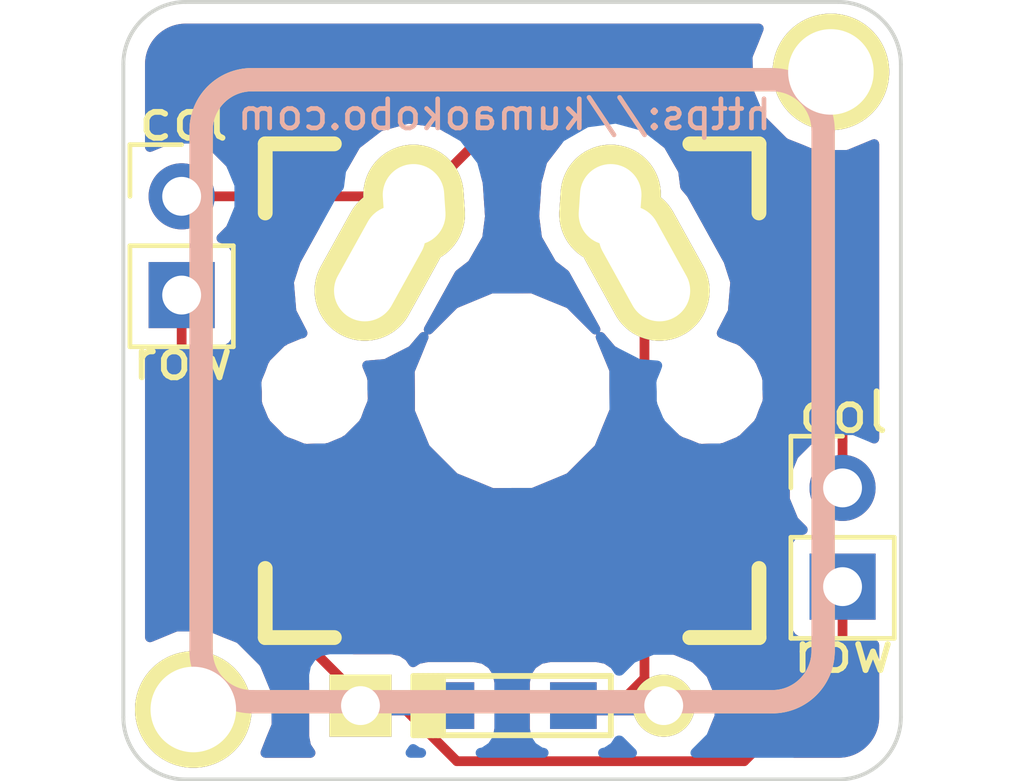
<source format=kicad_pcb>
(kicad_pcb (version 20171130) (host pcbnew "(6.0.0-rc1-dev-1469-g932b9a334)")

  (general
    (thickness 1.6)
    (drawings 29)
    (tracks 17)
    (zones 0)
    (modules 8)
    (nets 4)
  )

  (page A4)
  (layers
    (0 F.Cu signal)
    (31 B.Cu signal)
    (32 B.Adhes user)
    (33 F.Adhes user)
    (34 B.Paste user)
    (35 F.Paste user)
    (36 B.SilkS user)
    (37 F.SilkS user)
    (38 B.Mask user)
    (39 F.Mask user)
    (40 Dwgs.User user)
    (41 Cmts.User user)
    (42 Eco1.User user)
    (43 Eco2.User user)
    (44 Edge.Cuts user)
    (45 Margin user)
    (46 B.CrtYd user)
    (47 F.CrtYd user)
    (48 B.Fab user)
    (49 F.Fab user)
  )

  (setup
    (last_trace_width 0.25)
    (trace_clearance 0.2)
    (zone_clearance 0.508)
    (zone_45_only no)
    (trace_min 0.2)
    (via_size 0.8)
    (via_drill 0.4)
    (via_min_size 0.4)
    (via_min_drill 0.3)
    (uvia_size 0.3)
    (uvia_drill 0.1)
    (uvias_allowed no)
    (uvia_min_size 0.2)
    (uvia_min_drill 0.1)
    (edge_width 0.05)
    (segment_width 0.2)
    (pcb_text_width 0.3)
    (pcb_text_size 1.5 1.5)
    (mod_edge_width 0.12)
    (mod_text_size 1 1)
    (mod_text_width 0.15)
    (pad_size 1.524 1.524)
    (pad_drill 0.762)
    (pad_to_mask_clearance 0.051)
    (solder_mask_min_width 0.25)
    (aux_axis_origin 0 0)
    (grid_origin 100 80)
    (visible_elements FFFFFF7F)
    (pcbplotparams
      (layerselection 0x010fc_ffffffff)
      (usegerberextensions false)
      (usegerberattributes false)
      (usegerberadvancedattributes false)
      (creategerberjobfile false)
      (excludeedgelayer true)
      (linewidth 0.100000)
      (plotframeref false)
      (viasonmask false)
      (mode 1)
      (useauxorigin false)
      (hpglpennumber 1)
      (hpglpenspeed 20)
      (hpglpendiameter 15.000000)
      (psnegative false)
      (psa4output false)
      (plotreference true)
      (plotvalue true)
      (plotinvisibletext false)
      (padsonsilk false)
      (subtractmaskfromsilk false)
      (outputformat 1)
      (mirror false)
      (drillshape 0)
      (scaleselection 1)
      (outputdirectory "./gerber"))
  )

  (net 0 "")
  (net 1 "Net-(D0-Pad2)")
  (net 2 "Net-(D0-Pad1)")
  (net 3 "Net-(J1-Pad1)")

  (net_class Default "これはデフォルトのネット クラスです。"
    (clearance 0.2)
    (trace_width 0.25)
    (via_dia 0.8)
    (via_drill 0.4)
    (uvia_dia 0.3)
    (uvia_drill 0.1)
    (add_net "Net-(D0-Pad1)")
    (add_net "Net-(D0-Pad2)")
    (add_net "Net-(J1-Pad1)")
  )

  (module pcb_earring_footprints:kumao-paw-pad-mask (layer B.Cu) (tedit 0) (tstamp 5E6CA118)
    (at 113.95 93.93 180)
    (fp_text reference G*** (at 0 0 180) (layer B.SilkS) hide
      (effects (font (size 1.524 1.524) (thickness 0.3)) (justify mirror))
    )
    (fp_text value LOGO (at 0.75 0 180) (layer B.SilkS) hide
      (effects (font (size 1.524 1.524) (thickness 0.3)) (justify mirror))
    )
    (fp_poly (pts (xy 0.23984 3.009439) (xy 0.567957 2.979113) (xy 0.785091 2.936249) (xy 1.301349 2.752623)
      (xy 1.773473 2.490379) (xy 2.194059 2.155646) (xy 2.555705 1.754552) (xy 2.851008 1.293223)
      (xy 2.90954 1.177637) (xy 3.065336 0.81918) (xy 3.170038 0.482729) (xy 3.233676 0.128924)
      (xy 3.262588 -0.207818) (xy 3.253683 -0.726233) (xy 3.168129 -1.196621) (xy 3.007208 -1.616652)
      (xy 2.772201 -1.983998) (xy 2.46439 -2.29633) (xy 2.085056 -2.551318) (xy 1.9305 -2.628967)
      (xy 1.665615 -2.745214) (xy 1.427366 -2.832291) (xy 1.193441 -2.894636) (xy 0.941526 -2.936685)
      (xy 0.649308 -2.962877) (xy 0.294474 -2.977648) (xy 0.161636 -2.980737) (xy -0.117212 -2.983694)
      (xy -0.380988 -2.981666) (xy -0.60846 -2.975169) (xy -0.778395 -2.96472) (xy -0.846987 -2.956227)
      (xy -1.175897 -2.880967) (xy -1.518693 -2.775366) (xy -1.835304 -2.652744) (xy -2.007665 -2.570439)
      (xy -2.379089 -2.324065) (xy -2.6868 -2.015172) (xy -2.927903 -1.650756) (xy -3.068119 -1.313337)
      (xy -1.650867 -1.313337) (xy -1.643029 -1.614638) (xy -1.565053 -1.856461) (xy -1.415172 -2.041427)
      (xy -1.191622 -2.172156) (xy -1.039091 -2.221263) (xy -0.953387 -2.23118) (xy -0.790782 -2.239261)
      (xy -0.566728 -2.245152) (xy -0.296676 -2.248502) (xy 0.003922 -2.248955) (xy 0.138545 -2.248174)
      (xy 0.480346 -2.24476) (xy 0.743145 -2.239987) (xy 0.940302 -2.232754) (xy 1.085179 -2.221958)
      (xy 1.191136 -2.206497) (xy 1.271534 -2.185268) (xy 1.339734 -2.157169) (xy 1.359383 -2.147454)
      (xy 1.524905 -2.046736) (xy 1.634535 -1.930937) (xy 1.698408 -1.779476) (xy 1.726658 -1.571774)
      (xy 1.730712 -1.393455) (xy 1.725986 -1.181021) (xy 1.708793 -1.027593) (xy 1.672515 -0.9)
      (xy 1.610534 -0.765069) (xy 1.602093 -0.748796) (xy 1.380314 -0.415373) (xy 1.102764 -0.146862)
      (xy 0.780826 0.0509) (xy 0.42588 0.17208) (xy 0.049308 0.210841) (xy -0.220908 0.185837)
      (xy -0.603132 0.077256) (xy -0.939586 -0.10231) (xy -1.221547 -0.343718) (xy -1.440294 -0.637822)
      (xy -1.587104 -0.975479) (xy -1.650867 -1.313337) (xy -3.068119 -1.313337) (xy -3.099504 -1.237812)
      (xy -3.198709 -0.783334) (xy -3.222623 -0.294316) (xy -3.168353 0.222245) (xy -3.166794 0.230909)
      (xy -3.024213 0.778197) (xy -2.895212 1.075635) (xy -2.124364 1.075635) (xy -2.091535 0.853361)
      (xy -2.002827 0.667846) (xy -1.872913 0.528316) (xy -1.716465 0.443998) (xy -1.548152 0.424119)
      (xy -1.382648 0.477906) (xy -1.289539 0.55063) (xy -1.18168 0.716824) (xy -1.147395 0.899287)
      (xy 1.246909 0.899287) (xy 1.259996 0.743641) (xy 1.311426 0.63101) (xy 1.381902 0.55063)
      (xy 1.548236 0.441218) (xy 1.731098 0.417182) (xy 1.911291 0.479808) (xy 1.957422 0.512078)
      (xy 2.100998 0.667867) (xy 2.187475 0.851349) (xy 2.21942 1.044898) (xy 2.199403 1.230891)
      (xy 2.129992 1.391702) (xy 2.013755 1.509708) (xy 1.853262 1.567284) (xy 1.803213 1.570182)
      (xy 1.59978 1.528012) (xy 1.432924 1.41026) (xy 1.313543 1.230068) (xy 1.25253 1.000576)
      (xy 1.246909 0.899287) (xy -1.147395 0.899287) (xy -1.145523 0.909245) (xy -1.172845 1.107996)
      (xy -1.255426 1.293182) (xy -1.385043 1.444907) (xy -1.553476 1.543275) (xy -1.71085 1.570182)
      (xy -1.889309 1.529142) (xy -2.024264 1.414342) (xy -2.105278 1.238264) (xy -2.124364 1.075635)
      (xy -2.895212 1.075635) (xy -2.805627 1.282191) (xy -2.583141 1.63219) (xy -0.397733 1.63219)
      (xy -0.340279 1.440192) (xy -0.231066 1.286143) (xy -0.067794 1.180231) (xy 0.113945 1.156047)
      (xy 0.290661 1.215286) (xy 0.333884 1.245344) (xy 0.464412 1.395836) (xy 0.53407 1.579061)
      (xy 0.54744 1.776089) (xy 0.509103 1.967986) (xy 0.423641 2.135823) (xy 0.295638 2.260669)
      (xy 0.129673 2.323591) (xy 0.071956 2.327564) (xy -0.104487 2.287086) (xy -0.245204 2.178315)
      (xy -0.344669 2.020246) (xy -0.397354 1.831873) (xy -0.397733 1.63219) (xy -2.583141 1.63219)
      (xy -2.516939 1.736333) (xy -2.164048 2.134066) (xy -1.752856 2.46883) (xy -1.289264 2.734068)
      (xy -0.779173 2.923222) (xy -0.733017 2.935804) (xy -0.447439 2.987774) (xy -0.11089 3.012323)
      (xy 0.23984 3.009439)) (layer B.Mask) (width 0.01))
  )

  (module pcb_earring_footprints:kumao-paw-pad-mask (layer B.Cu) (tedit 0) (tstamp 5E6CA0EE)
    (at 106.1 93.96 180)
    (fp_text reference G*** (at 0 0 180) (layer B.SilkS) hide
      (effects (font (size 1.524 1.524) (thickness 0.3)) (justify mirror))
    )
    (fp_text value LOGO (at 0.75 0 180) (layer B.SilkS) hide
      (effects (font (size 1.524 1.524) (thickness 0.3)) (justify mirror))
    )
    (fp_poly (pts (xy 0.23984 3.009439) (xy 0.567957 2.979113) (xy 0.785091 2.936249) (xy 1.301349 2.752623)
      (xy 1.773473 2.490379) (xy 2.194059 2.155646) (xy 2.555705 1.754552) (xy 2.851008 1.293223)
      (xy 2.90954 1.177637) (xy 3.065336 0.81918) (xy 3.170038 0.482729) (xy 3.233676 0.128924)
      (xy 3.262588 -0.207818) (xy 3.253683 -0.726233) (xy 3.168129 -1.196621) (xy 3.007208 -1.616652)
      (xy 2.772201 -1.983998) (xy 2.46439 -2.29633) (xy 2.085056 -2.551318) (xy 1.9305 -2.628967)
      (xy 1.665615 -2.745214) (xy 1.427366 -2.832291) (xy 1.193441 -2.894636) (xy 0.941526 -2.936685)
      (xy 0.649308 -2.962877) (xy 0.294474 -2.977648) (xy 0.161636 -2.980737) (xy -0.117212 -2.983694)
      (xy -0.380988 -2.981666) (xy -0.60846 -2.975169) (xy -0.778395 -2.96472) (xy -0.846987 -2.956227)
      (xy -1.175897 -2.880967) (xy -1.518693 -2.775366) (xy -1.835304 -2.652744) (xy -2.007665 -2.570439)
      (xy -2.379089 -2.324065) (xy -2.6868 -2.015172) (xy -2.927903 -1.650756) (xy -3.068119 -1.313337)
      (xy -1.650867 -1.313337) (xy -1.643029 -1.614638) (xy -1.565053 -1.856461) (xy -1.415172 -2.041427)
      (xy -1.191622 -2.172156) (xy -1.039091 -2.221263) (xy -0.953387 -2.23118) (xy -0.790782 -2.239261)
      (xy -0.566728 -2.245152) (xy -0.296676 -2.248502) (xy 0.003922 -2.248955) (xy 0.138545 -2.248174)
      (xy 0.480346 -2.24476) (xy 0.743145 -2.239987) (xy 0.940302 -2.232754) (xy 1.085179 -2.221958)
      (xy 1.191136 -2.206497) (xy 1.271534 -2.185268) (xy 1.339734 -2.157169) (xy 1.359383 -2.147454)
      (xy 1.524905 -2.046736) (xy 1.634535 -1.930937) (xy 1.698408 -1.779476) (xy 1.726658 -1.571774)
      (xy 1.730712 -1.393455) (xy 1.725986 -1.181021) (xy 1.708793 -1.027593) (xy 1.672515 -0.9)
      (xy 1.610534 -0.765069) (xy 1.602093 -0.748796) (xy 1.380314 -0.415373) (xy 1.102764 -0.146862)
      (xy 0.780826 0.0509) (xy 0.42588 0.17208) (xy 0.049308 0.210841) (xy -0.220908 0.185837)
      (xy -0.603132 0.077256) (xy -0.939586 -0.10231) (xy -1.221547 -0.343718) (xy -1.440294 -0.637822)
      (xy -1.587104 -0.975479) (xy -1.650867 -1.313337) (xy -3.068119 -1.313337) (xy -3.099504 -1.237812)
      (xy -3.198709 -0.783334) (xy -3.222623 -0.294316) (xy -3.168353 0.222245) (xy -3.166794 0.230909)
      (xy -3.024213 0.778197) (xy -2.895212 1.075635) (xy -2.124364 1.075635) (xy -2.091535 0.853361)
      (xy -2.002827 0.667846) (xy -1.872913 0.528316) (xy -1.716465 0.443998) (xy -1.548152 0.424119)
      (xy -1.382648 0.477906) (xy -1.289539 0.55063) (xy -1.18168 0.716824) (xy -1.147395 0.899287)
      (xy 1.246909 0.899287) (xy 1.259996 0.743641) (xy 1.311426 0.63101) (xy 1.381902 0.55063)
      (xy 1.548236 0.441218) (xy 1.731098 0.417182) (xy 1.911291 0.479808) (xy 1.957422 0.512078)
      (xy 2.100998 0.667867) (xy 2.187475 0.851349) (xy 2.21942 1.044898) (xy 2.199403 1.230891)
      (xy 2.129992 1.391702) (xy 2.013755 1.509708) (xy 1.853262 1.567284) (xy 1.803213 1.570182)
      (xy 1.59978 1.528012) (xy 1.432924 1.41026) (xy 1.313543 1.230068) (xy 1.25253 1.000576)
      (xy 1.246909 0.899287) (xy -1.147395 0.899287) (xy -1.145523 0.909245) (xy -1.172845 1.107996)
      (xy -1.255426 1.293182) (xy -1.385043 1.444907) (xy -1.553476 1.543275) (xy -1.71085 1.570182)
      (xy -1.889309 1.529142) (xy -2.024264 1.414342) (xy -2.105278 1.238264) (xy -2.124364 1.075635)
      (xy -2.895212 1.075635) (xy -2.805627 1.282191) (xy -2.583141 1.63219) (xy -0.397733 1.63219)
      (xy -0.340279 1.440192) (xy -0.231066 1.286143) (xy -0.067794 1.180231) (xy 0.113945 1.156047)
      (xy 0.290661 1.215286) (xy 0.333884 1.245344) (xy 0.464412 1.395836) (xy 0.53407 1.579061)
      (xy 0.54744 1.776089) (xy 0.509103 1.967986) (xy 0.423641 2.135823) (xy 0.295638 2.260669)
      (xy 0.129673 2.323591) (xy 0.071956 2.327564) (xy -0.104487 2.287086) (xy -0.245204 2.178315)
      (xy -0.344669 2.020246) (xy -0.397354 1.831873) (xy -0.397733 1.63219) (xy -2.583141 1.63219)
      (xy -2.516939 1.736333) (xy -2.164048 2.134066) (xy -1.752856 2.46883) (xy -1.289264 2.734068)
      (xy -0.779173 2.923222) (xy -0.733017 2.935804) (xy -0.447439 2.987774) (xy -0.11089 3.012323)
      (xy 0.23984 3.009439)) (layer B.Mask) (width 0.01))
  )

  (module pcb_earring_footprints:PinHeader_1x02_P2.54mm_Vertical (layer F.Cu) (tedit 5E6B0751) (tstamp 5E6C9973)
    (at 118.5 92.5)
    (descr "Through hole straight pin header, 1x02, 2.54mm pitch, single row")
    (tags "Through hole pin header THT 1x02 2.54mm single row")
    (path /5E6C7362)
    (fp_text reference J2 (at 0 -2.33) (layer F.Fab)
      (effects (font (size 1 1) (thickness 0.15)))
    )
    (fp_text value Conn_01x02 (at 0 4.87) (layer F.Fab)
      (effects (font (size 1 1) (thickness 0.15)))
    )
    (fp_text user %R (at 0 1.27 90) (layer F.Fab)
      (effects (font (size 1 1) (thickness 0.15)))
    )
    (fp_line (start 1.8 -1.8) (end -1.8 -1.8) (layer F.CrtYd) (width 0.05))
    (fp_line (start 1.8 4.35) (end 1.8 -1.8) (layer F.CrtYd) (width 0.05))
    (fp_line (start -1.8 4.35) (end 1.8 4.35) (layer F.CrtYd) (width 0.05))
    (fp_line (start -1.8 -1.8) (end -1.8 4.35) (layer F.CrtYd) (width 0.05))
    (fp_line (start -1.33 -1.33) (end 0 -1.33) (layer F.SilkS) (width 0.12))
    (fp_line (start -1.33 0) (end -1.33 -1.33) (layer F.SilkS) (width 0.12))
    (fp_line (start -1.33 1.27) (end 1.33 1.27) (layer F.SilkS) (width 0.12))
    (fp_line (start 1.33 1.27) (end 1.33 3.87) (layer F.SilkS) (width 0.12))
    (fp_line (start -1.33 1.27) (end -1.33 3.87) (layer F.SilkS) (width 0.12))
    (fp_line (start -1.33 3.87) (end 1.33 3.87) (layer F.SilkS) (width 0.12))
    (fp_line (start -1.27 -0.635) (end -0.635 -1.27) (layer F.Fab) (width 0.1))
    (fp_line (start -1.27 3.81) (end -1.27 -0.635) (layer F.Fab) (width 0.1))
    (fp_line (start 1.27 3.81) (end -1.27 3.81) (layer F.Fab) (width 0.1))
    (fp_line (start 1.27 -1.27) (end 1.27 3.81) (layer F.Fab) (width 0.1))
    (fp_line (start -0.635 -1.27) (end 1.27 -1.27) (layer F.Fab) (width 0.1))
    (pad 2 thru_hole rect (at 0 2.54) (size 1.7 1.7) (drill 1) (layers *.Cu *.Mask)
      (net 2 "Net-(D0-Pad1)"))
    (pad 1 thru_hole circle (at 0 0) (size 1.7 1.7) (drill 1) (layers *.Cu *.Mask)
      (net 3 "Net-(J1-Pad1)"))
    (model ${KISYS3DMOD}/Connector_PinHeader_2.54mm.3dshapes/PinHeader_1x02_P2.54mm_Vertical.wrl
      (at (xyz 0 0 0))
      (scale (xyz 1 1 1))
      (rotate (xyz 0 0 0))
    )
  )

  (module pcb_earring_footprints:Mx_Alps_100-dualside (layer F.Cu) (tedit 5E6C7273) (tstamp 5E6C82EC)
    (at 110 90)
    (descr MXALPS)
    (tags MXALPS)
    (path /5A808C37)
    (fp_text reference K0 (at 0 2.79) (layer F.Fab)
      (effects (font (size 1 1) (thickness 0.2)))
    )
    (fp_text value KEYSW (at 0 4.572) (layer F.Fab)
      (effects (font (size 1.524 1.524) (thickness 0.3048)))
    )
    (fp_line (start 6.985 6.985) (end 6.985 -6.985) (layer Eco2.User) (width 0.1524))
    (fp_line (start 6.985 -6.985) (end -6.985 -6.985) (layer Eco2.User) (width 0.1524))
    (fp_line (start 4.572 6.35) (end 6.35 6.35) (layer F.SilkS) (width 0.381))
    (fp_line (start 6.35 6.35) (end 6.35 -6.35) (layer Cmts.User) (width 0.1524))
    (fp_line (start -6.35 -6.35) (end 6.35 -6.35) (layer Cmts.User) (width 0.1524))
    (fp_line (start 6.35 6.35) (end -6.35 6.35) (layer Cmts.User) (width 0.1524))
    (fp_line (start -6.35 6.35) (end -6.35 -6.35) (layer Cmts.User) (width 0.1524))
    (fp_line (start -9.398 -9.398) (end 9.398 -9.398) (layer Dwgs.User) (width 0.1524))
    (fp_line (start 9.398 -9.398) (end 9.398 9.398) (layer Dwgs.User) (width 0.1524))
    (fp_line (start 9.398 9.398) (end -9.398 9.398) (layer Dwgs.User) (width 0.1524))
    (fp_line (start -9.398 9.398) (end -9.398 -9.398) (layer Dwgs.User) (width 0.1524))
    (fp_line (start -6.35 -6.35) (end -4.572 -6.35) (layer F.SilkS) (width 0.381))
    (fp_line (start 4.572 -6.35) (end 6.35 -6.35) (layer F.SilkS) (width 0.381))
    (fp_line (start 6.35 -6.35) (end 6.35 -4.572) (layer F.SilkS) (width 0.381))
    (fp_line (start 6.35 4.572) (end 6.35 6.35) (layer F.SilkS) (width 0.381))
    (fp_line (start 6.35 6.35) (end 4.572 6.35) (layer F.SilkS) (width 0.381))
    (fp_line (start -4.572 6.35) (end -6.35 6.35) (layer F.SilkS) (width 0.381))
    (fp_line (start -6.35 6.35) (end -6.35 4.572) (layer F.SilkS) (width 0.381))
    (fp_line (start -6.35 -4.572) (end -6.35 -6.35) (layer F.SilkS) (width 0.381))
    (fp_line (start 6.985 -6.985) (end 6.985 6.985) (layer Eco2.User) (width 0.1524))
    (fp_line (start 6.985 6.985) (end -6.985 6.985) (layer Eco2.User) (width 0.1524))
    (fp_line (start -6.985 6.985) (end -6.985 -6.985) (layer Eco2.User) (width 0.1524))
    (fp_line (start -7.62 -7.62) (end 7.62 -7.62) (layer Dwgs.User) (width 0.3))
    (fp_line (start 7.62 -7.62) (end 7.62 7.62) (layer Dwgs.User) (width 0.3))
    (fp_line (start 7.62 7.62) (end -7.62 7.62) (layer Dwgs.User) (width 0.3))
    (fp_line (start -7.62 7.62) (end -7.62 -7.62) (layer Dwgs.User) (width 0.3))
    (pad 1 thru_hole oval (at -2.52 -4.79 3.9) (size 2.58 3.08) (drill oval 1.58 2.08) (layers *.Cu *.Mask F.SilkS)
      (net 3 "Net-(J1-Pad1)"))
    (pad 2 thru_hole oval (at 3.405 -3.27 29) (size 2.58 4.17) (drill oval 1.58 3.17) (layers *.Cu *.Mask F.SilkS)
      (net 1 "Net-(D0-Pad2)"))
    (pad HOLE np_thru_hole circle (at 0 0) (size 3.9878 3.9878) (drill 3.9878) (layers *.Cu))
    (pad HOLE np_thru_hole circle (at -5.08 0) (size 1.7018 1.7018) (drill 1.7018) (layers *.Cu))
    (pad HOLE np_thru_hole circle (at 5.08 0) (size 1.7018 1.7018) (drill 1.7018) (layers *.Cu))
    (pad 1 thru_hole oval (at -3.405 -3.27 331) (size 2.58 4.17) (drill oval 1.58 3.17) (layers *.Cu *.Mask F.SilkS)
      (net 3 "Net-(J1-Pad1)"))
    (pad 2 thru_hole oval (at 2.52 -4.79 356.1) (size 2.58 3.08) (drill oval 1.58 2.08) (layers *.Cu *.Mask F.SilkS)
      (net 1 "Net-(D0-Pad2)"))
  )

  (module pcb_earring_footprints:PinHeader_1x02_P2.54mm_Vertical (layer F.Cu) (tedit 5E6B0751) (tstamp 5E6C82BB)
    (at 101.5 85)
    (descr "Through hole straight pin header, 1x02, 2.54mm pitch, single row")
    (tags "Through hole pin header THT 1x02 2.54mm single row")
    (path /5E6D4D30)
    (fp_text reference J1 (at 0 -2) (layer F.Fab)
      (effects (font (size 1 1) (thickness 0.15)))
    )
    (fp_text value Conn_01x02 (at 0 4.87) (layer F.Fab)
      (effects (font (size 1 1) (thickness 0.15)))
    )
    (fp_text user %R (at 0 1.27 90) (layer F.Fab)
      (effects (font (size 1 1) (thickness 0.15)))
    )
    (fp_line (start 1.8 -1.8) (end -1.8 -1.8) (layer F.CrtYd) (width 0.05))
    (fp_line (start 1.8 4.35) (end 1.8 -1.8) (layer F.CrtYd) (width 0.05))
    (fp_line (start -1.8 4.35) (end 1.8 4.35) (layer F.CrtYd) (width 0.05))
    (fp_line (start -1.8 -1.8) (end -1.8 4.35) (layer F.CrtYd) (width 0.05))
    (fp_line (start -1.33 -1.33) (end 0 -1.33) (layer F.SilkS) (width 0.12))
    (fp_line (start -1.33 0) (end -1.33 -1.33) (layer F.SilkS) (width 0.12))
    (fp_line (start -1.33 1.27) (end 1.33 1.27) (layer F.SilkS) (width 0.12))
    (fp_line (start 1.33 1.27) (end 1.33 3.87) (layer F.SilkS) (width 0.12))
    (fp_line (start -1.33 1.27) (end -1.33 3.87) (layer F.SilkS) (width 0.12))
    (fp_line (start -1.33 3.87) (end 1.33 3.87) (layer F.SilkS) (width 0.12))
    (fp_line (start -1.27 -0.635) (end -0.635 -1.27) (layer F.Fab) (width 0.1))
    (fp_line (start -1.27 3.81) (end -1.27 -0.635) (layer F.Fab) (width 0.1))
    (fp_line (start 1.27 3.81) (end -1.27 3.81) (layer F.Fab) (width 0.1))
    (fp_line (start 1.27 -1.27) (end 1.27 3.81) (layer F.Fab) (width 0.1))
    (fp_line (start -0.635 -1.27) (end 1.27 -1.27) (layer F.Fab) (width 0.1))
    (pad 2 thru_hole rect (at 0 2.54) (size 1.7 1.7) (drill 1) (layers *.Cu *.Mask)
      (net 2 "Net-(D0-Pad1)"))
    (pad 1 thru_hole circle (at 0 0) (size 1.7 1.7) (drill 1) (layers *.Cu *.Mask)
      (net 3 "Net-(J1-Pad1)"))
    (model ${KISYS3DMOD}/Connector_PinHeader_2.54mm.3dshapes/PinHeader_1x02_P2.54mm_Vertical.wrl
      (at (xyz 0 0 0))
      (scale (xyz 1 1 1))
      (rotate (xyz 0 0 0))
    )
  )

  (module pcb_earring_footprints:Diode-dual (layer F.Cu) (tedit 5A4BD0FA) (tstamp 5E6C8E76)
    (at 110 98.1 180)
    (path /5A808D18)
    (attr smd)
    (fp_text reference D0 (at -0.0254 1.4 180) (layer F.Fab)
      (effects (font (size 0.8 0.8) (thickness 0.15)))
    )
    (fp_text value D (at 0 -1.925 180) (layer F.SilkS) hide
      (effects (font (size 0.8 0.8) (thickness 0.15)))
    )
    (fp_line (start 1.778 0.762) (end 1.778 -0.762) (layer F.SilkS) (width 0.15))
    (fp_line (start 1.904999 0.762) (end 1.905 -0.761999) (layer F.SilkS) (width 0.15))
    (fp_line (start 2.032001 -0.762) (end 2.032 0.762) (layer F.SilkS) (width 0.15))
    (fp_line (start 2.413 0.762) (end 2.413 -0.762) (layer F.SilkS) (width 0.15))
    (fp_line (start 2.286 -0.762) (end 2.286 0.762) (layer F.SilkS) (width 0.15))
    (fp_line (start 2.159 0.762) (end 2.159 -0.762) (layer F.SilkS) (width 0.15))
    (fp_line (start -2.540001 0.762) (end -2.032001 0.762) (layer F.SilkS) (width 0.15))
    (fp_line (start -2.54 -0.761999) (end -2.540001 0.762) (layer F.SilkS) (width 0.15))
    (fp_line (start 2.540001 -0.762) (end -2.54 -0.761999) (layer F.SilkS) (width 0.15))
    (fp_line (start 2.54 0.761999) (end 2.540001 -0.762) (layer F.SilkS) (width 0.15))
    (fp_line (start -2.540001 0.762) (end 2.54 0.761999) (layer F.SilkS) (width 0.15))
    (pad 2 smd rect (at -2.7 0 180) (size 2.5 0.5) (layers B.Cu)
      (net 1 "Net-(D0-Pad2)") (solder_mask_margin -999))
    (pad 2 smd rect (at -1.575 0 180) (size 1.2 1.2) (layers B.Cu B.Paste B.Mask)
      (net 1 "Net-(D0-Pad2)"))
    (pad 1 smd rect (at 1.575 0 180) (size 1.2 1.2) (layers B.Cu B.Paste B.Mask)
      (net 2 "Net-(D0-Pad1)"))
    (pad 1 smd rect (at 2.7 0 180) (size 2.5 0.5) (layers B.Cu)
      (net 2 "Net-(D0-Pad1)") (solder_mask_margin -999))
    (pad 1 smd rect (at 1.575 0 180) (size 1.2 1.2) (layers F.Cu F.Paste F.Mask)
      (net 2 "Net-(D0-Pad1)"))
    (pad 2 smd rect (at -1.575 0 180) (size 1.2 1.2) (layers F.Cu F.Paste F.Mask)
      (net 1 "Net-(D0-Pad2)"))
    (pad 2 thru_hole circle (at -3.9 0 180) (size 1.6 1.6) (drill 1) (layers *.Cu *.Mask F.SilkS)
      (net 1 "Net-(D0-Pad2)"))
    (pad 1 thru_hole rect (at 3.9 0 180) (size 1.6 1.6) (drill 1) (layers *.Cu *.Mask F.SilkS)
      (net 2 "Net-(D0-Pad1)"))
    (pad 2 smd rect (at -2.7 0 180) (size 2.5 0.5) (layers F.Cu)
      (net 1 "Net-(D0-Pad2)") (solder_mask_margin -999))
    (pad 1 smd rect (at 2.7 0 180) (size 2.5 0.5) (layers F.Cu)
      (net 2 "Net-(D0-Pad1)") (solder_mask_margin -999))
  )

  (module pcb_earring_footprints:HOLE_M2 (layer F.Cu) (tedit 5E6C69A5) (tstamp 5E6C8D31)
    (at 118.2 81.8)
    (fp_text reference HOLE_M2 (at 0 -4.5) (layer F.SilkS) hide
      (effects (font (size 1.524 1.524) (thickness 0.3048)))
    )
    (fp_text value VAL** (at 0.05 -7.25) (layer F.SilkS) hide
      (effects (font (size 1.524 1.524) (thickness 0.3048)))
    )
    (pad 1 thru_hole circle (at 0 0) (size 3 3) (drill 2.2) (layers *.Cu *.Mask F.SilkS))
  )

  (module pcb_earring_footprints:HOLE_M2 (layer F.Cu) (tedit 5E6C69A5) (tstamp 5E6C8CC1)
    (at 101.8 98.2)
    (fp_text reference HOLE_M2 (at 0 -4.5) (layer F.SilkS) hide
      (effects (font (size 1.524 1.524) (thickness 0.3048)))
    )
    (fp_text value VAL** (at 0.05 -7.25) (layer F.SilkS) hide
      (effects (font (size 1.524 1.524) (thickness 0.3048)))
    )
    (pad 1 thru_hole circle (at 0 0) (size 3 3) (drill 2.2) (layers *.Cu *.Mask F.SilkS))
  )

  (gr_text https://kumaokobo.com (at 109.8 82.9) (layer B.SilkS)
    (effects (font (size 0.75 0.75) (thickness 0.12)) (justify mirror))
  )
  (gr_curve (pts (xy 117.999999 96.695866) (xy 117.999999 97.416119) (xy 117.416119 97.999999) (xy 116.695866 97.999999)) (layer B.SilkS) (width 0.6))
  (gr_curve (pts (xy 117.999999 83.304133) (xy 117.999999 83.304133) (xy 117.999999 96.695866) (xy 117.999999 96.695866)) (layer B.SilkS) (width 0.6))
  (gr_curve (pts (xy 116.695866 81.999999) (xy 117.416119 81.999999) (xy 117.999999 82.58388) (xy 117.999999 83.304133)) (layer B.SilkS) (width 0.6))
  (gr_curve (pts (xy 103.304133 81.999999) (xy 103.304133 81.999999) (xy 116.695866 81.999999) (xy 116.695866 81.999999)) (layer B.SilkS) (width 0.6))
  (gr_curve (pts (xy 101.999999 83.304133) (xy 101.999999 82.58388) (xy 102.58388 81.999999) (xy 103.304133 81.999999)) (layer B.SilkS) (width 0.6))
  (gr_curve (pts (xy 101.999999 96.695866) (xy 101.999999 96.695866) (xy 101.999999 83.304133) (xy 101.999999 83.304133)) (layer B.SilkS) (width 0.6))
  (gr_curve (pts (xy 103.304133 97.999999) (xy 102.58388 97.999999) (xy 101.999999 97.416119) (xy 101.999999 96.695866)) (layer B.SilkS) (width 0.6))
  (gr_curve (pts (xy 116.695866 97.999999) (xy 116.695866 97.999999) (xy 103.304133 97.999999) (xy 103.304133 97.999999)) (layer B.SilkS) (width 0.6))
  (gr_text col (at 118.52 90.56) (layer F.SilkS) (tstamp 5E6C9E6C)
    (effects (font (size 1 1) (thickness 0.15)))
  )
  (gr_text row (at 118.52 96.73) (layer F.SilkS) (tstamp 5E6C9E45)
    (effects (font (size 1 1) (thickness 0.15)))
  )
  (gr_curve (pts (xy 117.999999 96.695866) (xy 117.999999 97.416119) (xy 117.416119 97.999999) (xy 116.695866 97.999999)) (layer F.SilkS) (width 0.6))
  (gr_curve (pts (xy 117.999999 83.304133) (xy 117.999999 83.304133) (xy 117.999999 96.695866) (xy 117.999999 96.695866)) (layer F.SilkS) (width 0.6))
  (gr_curve (pts (xy 116.695866 81.999999) (xy 117.416119 81.999999) (xy 117.999999 82.58388) (xy 117.999999 83.304133)) (layer F.SilkS) (width 0.6))
  (gr_curve (pts (xy 103.304133 81.999999) (xy 103.304133 81.999999) (xy 116.695866 81.999999) (xy 116.695866 81.999999)) (layer F.SilkS) (width 0.6))
  (gr_curve (pts (xy 101.999999 83.304133) (xy 101.999999 82.58388) (xy 102.58388 81.999999) (xy 103.304133 81.999999)) (layer F.SilkS) (width 0.6))
  (gr_curve (pts (xy 101.999999 96.695866) (xy 101.999999 96.695866) (xy 101.999999 83.304133) (xy 101.999999 83.304133)) (layer F.SilkS) (width 0.6))
  (gr_curve (pts (xy 103.304133 97.999999) (xy 102.58388 97.999999) (xy 101.999999 97.416119) (xy 101.999999 96.695866)) (layer F.SilkS) (width 0.6))
  (gr_curve (pts (xy 116.695866 97.999999) (xy 116.695866 97.999999) (xy 103.304133 97.999999) (xy 103.304133 97.999999)) (layer F.SilkS) (width 0.6))
  (gr_curve (pts (xy 119.999999 98.395023) (xy 119.999999 99.281427) (xy 119.281427 99.999999) (xy 118.395023 99.999999)) (layer Edge.Cuts) (width 0.1))
  (gr_curve (pts (xy 119.999999 81.604976) (xy 119.999999 81.604976) (xy 119.999999 98.395023) (xy 119.999999 98.395023)) (layer Edge.Cuts) (width 0.1))
  (gr_curve (pts (xy 118.395023 80) (xy 119.281427 80) (xy 119.999999 80.718572) (xy 119.999999 81.604976)) (layer Edge.Cuts) (width 0.1))
  (gr_curve (pts (xy 101.604976 80) (xy 101.604976 80) (xy 118.395023 80) (xy 118.395023 80)) (layer Edge.Cuts) (width 0.1))
  (gr_curve (pts (xy 100 81.604976) (xy 100 80.718572) (xy 100.718572 80) (xy 101.604976 80)) (layer Edge.Cuts) (width 0.1))
  (gr_curve (pts (xy 100 98.395023) (xy 100 98.395023) (xy 100 81.604976) (xy 100 81.604976)) (layer Edge.Cuts) (width 0.1))
  (gr_curve (pts (xy 101.604976 99.999999) (xy 100.718572 99.999999) (xy 100 99.281427) (xy 100 98.395023)) (layer Edge.Cuts) (width 0.1))
  (gr_curve (pts (xy 118.395023 99.999999) (xy 118.395023 99.999999) (xy 101.604976 99.999999) (xy 101.604976 99.999999)) (layer Edge.Cuts) (width 0.1))
  (gr_text row (at 101.52 89.2) (layer F.SilkS)
    (effects (font (size 1 1) (thickness 0.15)))
  )
  (gr_text col (at 101.55 83.04) (layer F.SilkS)
    (effects (font (size 1 1) (thickness 0.15)))
  )

  (segment (start 113.405 97.395) (end 112.7 98.1) (width 0.25) (layer F.Cu) (net 1))
  (segment (start 113.405 86.73) (end 113.405 97.395) (width 0.25) (layer F.Cu) (net 1))
  (segment (start 106.3 98.1) (end 107.3 98.1) (width 0.25) (layer F.Cu) (net 2))
  (segment (start 101.5 93.3) (end 106.3 98.1) (width 0.25) (layer F.Cu) (net 2))
  (segment (start 101.5 87.54) (end 101.5 93.3) (width 0.25) (layer F.Cu) (net 2))
  (segment (start 118.5 97) (end 118.5 95.04) (width 0.25) (layer F.Cu) (net 2))
  (segment (start 115.97 99.53) (end 118.5 97) (width 0.25) (layer F.Cu) (net 2))
  (segment (start 107.15 98.1) (end 108.58 99.53) (width 0.25) (layer F.Cu) (net 2))
  (segment (start 108.58 99.53) (end 115.97 99.53) (width 0.25) (layer F.Cu) (net 2))
  (segment (start 106.1 98.1) (end 107.15 98.1) (width 0.25) (layer F.Cu) (net 2))
  (segment (start 118.5 91.297919) (end 118.5 92.5) (width 0.25) (layer F.Cu) (net 3))
  (segment (start 118.5 86.33) (end 118.5 91.297919) (width 0.25) (layer F.Cu) (net 3))
  (segment (start 114.98 82.81) (end 118.5 86.33) (width 0.25) (layer F.Cu) (net 3))
  (segment (start 109.88 82.81) (end 114.98 82.81) (width 0.25) (layer F.Cu) (net 3))
  (segment (start 107.48 85.21) (end 109.88 82.81) (width 0.25) (layer F.Cu) (net 3))
  (segment (start 107.27 85) (end 107.48 85.21) (width 0.25) (layer F.Cu) (net 3))
  (segment (start 101.5 85) (end 107.27 85) (width 0.25) (layer F.Cu) (net 3))

  (zone (net 0) (net_name "") (layer F.Cu) (tstamp 5E6C7D04) (hatch edge 0.508)
    (connect_pads (clearance 0.508))
    (min_thickness 0.254)
    (fill yes (arc_segments 16) (thermal_gap 0.508) (thermal_bridge_width 0.508))
    (polygon
      (pts
        (xy 101.7 80) (xy 118.4 80) (xy 118.8 80.05) (xy 119.07 80.15) (xy 119.3 80.28)
        (xy 119.47 80.41) (xy 119.59 80.53) (xy 119.68 80.64) (xy 119.78 80.79) (xy 119.85 80.92)
        (xy 119.91 81.08) (xy 119.96 81.23) (xy 119.99 81.4) (xy 120 81.6) (xy 120 98.4)
        (xy 119.99 98.6) (xy 119.95 98.8) (xy 119.89 98.97) (xy 119.83 99.12) (xy 119.72 99.3)
        (xy 119.57 99.49) (xy 119.39 99.65) (xy 119.19 99.8) (xy 118.95 99.9) (xy 118.73 99.97)
        (xy 118.49 100) (xy 101.7 100) (xy 101.47 99.99) (xy 101.26 99.96) (xy 100.99 99.87)
        (xy 100.78 99.77) (xy 100.57 99.63) (xy 100.45 99.51) (xy 100.34 99.39) (xy 100.15 99.09)
        (xy 100.04 98.8) (xy 100.01 98.6) (xy 100 98.4) (xy 100 81.6) (xy 100.02 81.37)
        (xy 100.06 81.17) (xy 100.12 81) (xy 100.2 80.83) (xy 100.32 80.64) (xy 100.41 80.53)
        (xy 100.51 80.43) (xy 100.65 80.31) (xy 100.78 80.22) (xy 100.94 80.14) (xy 101.13 80.07)
        (xy 101.32 80.02) (xy 101.55 80)
      )
    )
    (filled_polygon
      (pts
        (xy 100.740001 93.225148) (xy 100.725112 93.3) (xy 100.740001 93.374852) (xy 100.784097 93.596537) (xy 100.952072 93.847929)
        (xy 101.015528 93.890329) (xy 104.65256 97.527362) (xy 104.65256 98.9) (xy 104.701843 99.147765) (xy 104.813586 99.314999)
        (xy 103.656096 99.314999) (xy 103.780277 98.998212) (xy 103.935 98.624678) (xy 103.935 98.603514) (xy 103.942723 98.583813)
        (xy 103.935 98.179624) (xy 103.935 97.775322) (xy 103.926901 97.75577) (xy 103.926497 97.734613) (xy 103.632739 97.025418)
        (xy 103.622189 97.02013) (xy 103.609966 96.99062) (xy 103.00938 96.390034) (xy 102.97987 96.377811) (xy 102.974582 96.367261)
        (xy 102.598212 96.219723) (xy 102.224678 96.065) (xy 102.203514 96.065) (xy 102.183813 96.057277) (xy 101.779624 96.065)
        (xy 101.375322 96.065) (xy 101.35577 96.073099) (xy 101.334613 96.073503) (xy 100.685 96.342581) (xy 100.685 89.03744)
        (xy 100.74 89.03744)
      )
    )
    (filled_polygon
      (pts
        (xy 119.314999 98.384664) (xy 119.312941 98.452713) (xy 119.308222 98.505451) (xy 119.300624 98.557079) (xy 119.291043 98.604098)
        (xy 119.278867 98.650969) (xy 119.265171 98.694339) (xy 119.249187 98.737295) (xy 119.231852 98.777656) (xy 119.212517 98.817243)
        (xy 119.189255 98.859397) (xy 119.167406 98.894815) (xy 119.144728 98.928093) (xy 119.115703 98.966612) (xy 119.088471 98.999335)
        (xy 119.0609 99.029564) (xy 119.030776 99.059742) (xy 119.000645 99.087339) (xy 118.96944 99.113485) (xy 118.936481 99.138695)
        (xy 118.901399 99.163082) (xy 118.864893 99.186022) (xy 118.827866 99.206951) (xy 118.789443 99.226354) (xy 118.749863 99.244036)
        (xy 118.706737 99.260804) (xy 118.662834 99.275358) (xy 118.617875 99.287739) (xy 118.569719 99.2983) (xy 118.520151 99.306369)
        (xy 118.468222 99.311873) (xy 118.405564 99.314872) (xy 118.391882 99.314999) (xy 117.259803 99.314999) (xy 118.984476 97.590327)
        (xy 119.047929 97.547929) (xy 119.090327 97.484476) (xy 119.090329 97.484474) (xy 119.215903 97.296538) (xy 119.215904 97.296537)
        (xy 119.26 97.074852) (xy 119.26 97.074848) (xy 119.274888 97.000001) (xy 119.26 96.925154) (xy 119.26 96.53744)
        (xy 119.314999 96.53744)
      )
    )
    (filled_polygon
      (pts
        (xy 104.434019 86.657884) (xy 104.259482 87.203138) (xy 104.322896 87.966319) (xy 104.608436 88.520728) (xy 104.592709 88.527242)
        (xy 104.558398 88.528775) (xy 104.135378 88.703996) (xy 104.130705 88.718609) (xy 104.078305 88.740314) (xy 103.660314 89.158305)
        (xy 103.638609 89.210705) (xy 103.623996 89.215378) (xy 103.534506 89.462033) (xy 103.4341 89.704436) (xy 103.4341 89.738776)
        (xy 103.422386 89.771063) (xy 103.4341 90.033202) (xy 103.4341 90.295564) (xy 103.447242 90.327291) (xy 103.448775 90.361602)
        (xy 103.623996 90.784622) (xy 103.638609 90.789295) (xy 103.660314 90.841695) (xy 104.078305 91.259686) (xy 104.130705 91.281391)
        (xy 104.135378 91.296004) (xy 104.382033 91.385494) (xy 104.624436 91.4859) (xy 104.658776 91.4859) (xy 104.691063 91.497614)
        (xy 104.953202 91.4859) (xy 105.215564 91.4859) (xy 105.247291 91.472758) (xy 105.281602 91.471225) (xy 105.704622 91.296004)
        (xy 105.709295 91.281391) (xy 105.761695 91.259686) (xy 106.179686 90.841695) (xy 106.201391 90.789295) (xy 106.216004 90.784622)
        (xy 106.305494 90.537967) (xy 106.4059 90.295564) (xy 106.4059 90.261224) (xy 106.417614 90.228937) (xy 106.4059 89.966798)
        (xy 106.4059 89.704436) (xy 106.392758 89.672709) (xy 106.391225 89.638398) (xy 106.272482 89.351728) (xy 106.750572 89.312003)
        (xy 107.431392 88.961357) (xy 107.724393 88.61525) (xy 107.567115 89.003858) (xy 107.3711 89.477079) (xy 107.3711 89.488176)
        (xy 107.366936 89.498465) (xy 107.3711 90.010727) (xy 107.3711 90.522921) (xy 107.375347 90.533174) (xy 107.375437 90.544272)
        (xy 107.759295 91.470987) (xy 107.765274 91.474542) (xy 107.771326 91.489152) (xy 108.510848 92.228674) (xy 108.525458 92.234726)
        (xy 108.529013 92.240705) (xy 109.003858 92.432885) (xy 109.477079 92.6289) (xy 109.488176 92.6289) (xy 109.498465 92.633064)
        (xy 110.010727 92.6289) (xy 110.522921 92.6289) (xy 110.533174 92.624653) (xy 110.544272 92.624563) (xy 111.470987 92.240705)
        (xy 111.474542 92.234726) (xy 111.489152 92.228674) (xy 112.228674 91.489152) (xy 112.234726 91.474542) (xy 112.240705 91.470987)
        (xy 112.432885 90.996142) (xy 112.6289 90.522921) (xy 112.6289 90.511824) (xy 112.633064 90.501535) (xy 112.6289 89.989273)
        (xy 112.6289 89.477079) (xy 112.624653 89.466826) (xy 112.624563 89.455728) (xy 112.27721 88.617145) (xy 112.568608 88.961357)
        (xy 112.645 89.000702) (xy 112.645001 97.060437) (xy 112.632809 97.042191) (xy 112.422765 96.901843) (xy 112.175 96.85256)
        (xy 110.975 96.85256) (xy 110.727235 96.901843) (xy 110.517191 97.042191) (xy 110.376843 97.252235) (xy 110.32756 97.5)
        (xy 110.32756 98.7) (xy 110.341484 98.77) (xy 109.658516 98.77) (xy 109.67244 98.7) (xy 109.67244 97.5)
        (xy 109.623157 97.252235) (xy 109.482809 97.042191) (xy 109.272765 96.901843) (xy 109.025 96.85256) (xy 107.825 96.85256)
        (xy 107.577235 96.901843) (xy 107.453093 96.984793) (xy 107.357809 96.842191) (xy 107.147765 96.701843) (xy 106.9 96.65256)
        (xy 105.927362 96.65256) (xy 102.26 92.985199) (xy 102.26 89.03744) (xy 102.35 89.03744) (xy 102.597765 88.988157)
        (xy 102.807809 88.847809) (xy 102.948157 88.637765) (xy 102.99744 88.39) (xy 102.99744 86.69) (xy 102.948157 86.442235)
        (xy 102.807809 86.232191) (xy 102.597765 86.091843) (xy 102.523113 86.076994) (xy 102.758922 85.841185) (xy 102.79255 85.76)
        (xy 104.931724 85.76)
      )
    )
    (filled_polygon
      (pts
        (xy 117.74 86.644802) (xy 117.740001 91.20745) (xy 117.658815 91.241078) (xy 117.241078 91.658815) (xy 117.015 92.204615)
        (xy 117.015 92.795385) (xy 117.241078 93.341185) (xy 117.476887 93.576994) (xy 117.402235 93.591843) (xy 117.192191 93.732191)
        (xy 117.051843 93.942235) (xy 117.00256 94.19) (xy 117.00256 95.89) (xy 117.051843 96.137765) (xy 117.192191 96.347809)
        (xy 117.402235 96.488157) (xy 117.65 96.53744) (xy 117.74 96.53744) (xy 117.74 96.685197) (xy 115.655199 98.77)
        (xy 115.175709 98.77) (xy 115.335 98.385439) (xy 115.335 97.814561) (xy 115.116534 97.287138) (xy 114.712862 96.883466)
        (xy 114.185439 96.665) (xy 114.165 96.665) (xy 114.165 91.186381) (xy 114.238305 91.259686) (xy 114.290705 91.281391)
        (xy 114.295378 91.296004) (xy 114.542033 91.385494) (xy 114.784436 91.4859) (xy 114.818776 91.4859) (xy 114.851063 91.497614)
        (xy 115.113202 91.4859) (xy 115.375564 91.4859) (xy 115.407291 91.472758) (xy 115.441602 91.471225) (xy 115.864622 91.296004)
        (xy 115.869295 91.281391) (xy 115.921695 91.259686) (xy 116.339686 90.841695) (xy 116.361391 90.789295) (xy 116.376004 90.784622)
        (xy 116.465494 90.537967) (xy 116.5659 90.295564) (xy 116.5659 90.261224) (xy 116.577614 90.228937) (xy 116.5659 89.966798)
        (xy 116.5659 89.704436) (xy 116.552758 89.672709) (xy 116.551225 89.638398) (xy 116.376004 89.215378) (xy 116.361391 89.210705)
        (xy 116.339686 89.158305) (xy 115.921695 88.740314) (xy 115.869295 88.718609) (xy 115.864622 88.703996) (xy 115.617967 88.614506)
        (xy 115.391564 88.520728) (xy 115.677104 87.966319) (xy 115.740518 87.203137) (xy 115.565981 86.657883) (xy 114.611303 84.9356)
        (xy 114.450178 84.745272) (xy 114.3972 84.334556) (xy 114.016032 83.670342) (xy 113.88597 83.57) (xy 114.665199 83.57)
      )
    )
    (filled_polygon
      (pts
        (xy 116.219723 81.001788) (xy 116.065 81.375322) (xy 116.065 81.396486) (xy 116.057277 81.416187) (xy 116.065 81.820376)
        (xy 116.065 82.224678) (xy 116.073099 82.24423) (xy 116.073503 82.265387) (xy 116.367261 82.974582) (xy 116.377811 82.97987)
        (xy 116.390034 83.00938) (xy 116.99062 83.609966) (xy 117.02013 83.622189) (xy 117.025418 83.632739) (xy 117.401788 83.780277)
        (xy 117.775322 83.935) (xy 117.796486 83.935) (xy 117.816187 83.942723) (xy 118.220376 83.935) (xy 118.624678 83.935)
        (xy 118.64423 83.926901) (xy 118.665387 83.926497) (xy 119.314999 83.657419) (xy 119.314999 91.230231) (xy 119.26 91.20745)
        (xy 119.26 86.404848) (xy 119.274888 86.33) (xy 119.26 86.255152) (xy 119.26 86.255148) (xy 119.215904 86.033463)
        (xy 119.215904 86.033462) (xy 119.090329 85.845527) (xy 119.047929 85.782071) (xy 118.984473 85.739671) (xy 115.570331 82.32553)
        (xy 115.527929 82.262071) (xy 115.276537 82.094096) (xy 115.054852 82.05) (xy 115.054847 82.05) (xy 114.98 82.035112)
        (xy 114.905153 82.05) (xy 109.954848 82.05) (xy 109.88 82.035112) (xy 109.805152 82.05) (xy 109.805148 82.05)
        (xy 109.583463 82.094096) (xy 109.332071 82.262071) (xy 109.289671 82.325527) (xy 108.359561 83.255637) (xy 108.089019 83.100383)
        (xy 107.329501 83.002413) (xy 106.590305 83.202556) (xy 105.983968 83.670342) (xy 105.657062 84.24) (xy 102.79255 84.24)
        (xy 102.758922 84.158815) (xy 102.341185 83.741078) (xy 101.795385 83.515) (xy 101.204615 83.515) (xy 100.685 83.730232)
        (xy 100.685 81.615435) (xy 100.687093 81.546947) (xy 100.692333 81.48994) (xy 100.699748 81.440751) (xy 100.709652 81.392867)
        (xy 100.721543 81.347559) (xy 100.735509 81.303643) (xy 100.75117 81.261765) (xy 100.768329 81.221898) (xy 100.787219 81.183184)
        (xy 100.807734 81.145705) (xy 100.829459 81.110026) (xy 100.853172 81.074809) (xy 100.877504 81.041994) (xy 100.90648 81.006493)
        (xy 100.934003 80.975804) (xy 100.962792 80.946461) (xy 100.994363 80.917058) (xy 101.025338 80.890714) (xy 101.05809 80.865275)
        (xy 101.091629 80.84155) (xy 101.127006 80.81884) (xy 101.163419 80.797752) (xy 101.201106 80.778192) (xy 101.240431 80.760072)
        (xy 101.28131 80.743568) (xy 101.323949 80.728745) (xy 101.368543 80.715724) (xy 101.41501 80.704743) (xy 101.464513 80.695823)
        (xy 101.515834 80.689497) (xy 101.575136 80.685637) (xy 101.611034 80.685) (xy 116.343905 80.685)
      )
    )
    (filled_polygon
      (pts
        (xy 110.778981 84.087888) (xy 110.629358 84.640498) (xy 110.569559 85.517641) (xy 110.6428 86.085444) (xy 111.023968 86.749658)
        (xy 111.357631 87.007077) (xy 112.144558 88.426732) (xy 111.489152 87.771326) (xy 111.474542 87.765274) (xy 111.470987 87.759295)
        (xy 110.996142 87.567115) (xy 110.522921 87.3711) (xy 110.511824 87.3711) (xy 110.501535 87.366936) (xy 109.989273 87.3711)
        (xy 109.477079 87.3711) (xy 109.466826 87.375347) (xy 109.455728 87.375437) (xy 108.529013 87.759295) (xy 108.525458 87.765274)
        (xy 108.510848 87.771326) (xy 107.85544 88.426734) (xy 108.64237 87.007077) (xy 108.976032 86.749658) (xy 109.3572 86.085444)
        (xy 109.430441 85.517641) (xy 109.370642 84.640498) (xy 109.318155 84.446646) (xy 110.194802 83.57) (xy 111.178528 83.57)
      )
    )
  )
  (zone (net 0) (net_name "") (layer B.Cu) (tstamp 5E6C7D01) (hatch edge 0.508)
    (connect_pads (clearance 0.508))
    (min_thickness 0.254)
    (fill yes (arc_segments 16) (thermal_gap 0.508) (thermal_bridge_width 0.508))
    (polygon
      (pts
        (xy 101.7 80) (xy 118.4 80) (xy 118.7 80.03) (xy 118.9 80.08) (xy 119.1 80.16)
        (xy 119.3 80.28) (xy 119.47 80.41) (xy 119.63 80.57) (xy 119.73 80.71) (xy 119.82 80.86)
        (xy 119.88 81) (xy 119.94 81.17) (xy 119.98 81.36) (xy 120 81.5) (xy 120 81.63)
        (xy 120 98.4) (xy 119.99 98.6) (xy 119.96 98.74) (xy 119.91 98.92) (xy 119.84 99.1)
        (xy 119.73 99.28) (xy 119.59 99.46) (xy 119.42 99.63) (xy 119.24 99.76) (xy 119.06 99.85)
        (xy 118.85 99.93) (xy 118.68 99.97) (xy 118.54 99.99) (xy 118.43 100) (xy 118.37 100)
        (xy 101.6 100) (xy 101.36 99.98) (xy 101.14 99.93) (xy 100.96 99.86) (xy 100.78 99.77)
        (xy 100.66 99.69) (xy 100.47 99.53) (xy 100.3 99.33) (xy 100.15 99.09) (xy 100.09 98.92)
        (xy 100.04 98.75) (xy 100.01 98.6) (xy 100 98.5) (xy 100 98.23) (xy 100 81.6)
        (xy 100.02 81.35) (xy 100.08 81.1) (xy 100.17 80.89) (xy 100.28 80.7) (xy 100.43 80.51)
        (xy 100.62 80.33) (xy 100.8 80.21) (xy 101.02 80.1) (xy 101.25 80.03) (xy 101.44 80.01)
        (xy 101.62 80)
      )
    )
    (filled_polygon
      (pts
        (xy 113.085603 99.314999) (xy 112.338094 99.314999) (xy 112.422765 99.298157) (xy 112.632809 99.157809) (xy 112.739965 98.99744)
        (xy 112.768044 98.99744)
      )
    )
    (filled_polygon
      (pts
        (xy 107.577235 99.298157) (xy 107.661906 99.314999) (xy 107.386414 99.314999) (xy 107.453093 99.215207)
      )
    )
    (filled_polygon
      (pts
        (xy 116.219723 81.001788) (xy 116.065 81.375322) (xy 116.065 81.396486) (xy 116.057277 81.416187) (xy 116.065 81.820376)
        (xy 116.065 82.224678) (xy 116.073099 82.24423) (xy 116.073503 82.265387) (xy 116.367261 82.974582) (xy 116.377811 82.97987)
        (xy 116.390034 83.00938) (xy 116.99062 83.609966) (xy 117.02013 83.622189) (xy 117.025418 83.632739) (xy 117.401788 83.780277)
        (xy 117.775322 83.935) (xy 117.796486 83.935) (xy 117.816187 83.942723) (xy 118.220376 83.935) (xy 118.624678 83.935)
        (xy 118.64423 83.926901) (xy 118.665387 83.926497) (xy 119.314999 83.657419) (xy 119.314999 91.230231) (xy 118.795385 91.015)
        (xy 118.204615 91.015) (xy 117.658815 91.241078) (xy 117.241078 91.658815) (xy 117.015 92.204615) (xy 117.015 92.795385)
        (xy 117.241078 93.341185) (xy 117.476887 93.576994) (xy 117.402235 93.591843) (xy 117.192191 93.732191) (xy 117.051843 93.942235)
        (xy 117.00256 94.19) (xy 117.00256 95.89) (xy 117.051843 96.137765) (xy 117.192191 96.347809) (xy 117.402235 96.488157)
        (xy 117.65 96.53744) (xy 119.314999 96.53744) (xy 119.314999 98.384664) (xy 119.312941 98.452713) (xy 119.308222 98.505451)
        (xy 119.300624 98.557079) (xy 119.291043 98.604098) (xy 119.278867 98.650969) (xy 119.265171 98.694339) (xy 119.249187 98.737295)
        (xy 119.231852 98.777656) (xy 119.212517 98.817243) (xy 119.189255 98.859397) (xy 119.167406 98.894815) (xy 119.144728 98.928093)
        (xy 119.115703 98.966612) (xy 119.088471 98.999335) (xy 119.0609 99.029564) (xy 119.030776 99.059742) (xy 119.000645 99.087339)
        (xy 118.96944 99.113485) (xy 118.936481 99.138695) (xy 118.901399 99.163082) (xy 118.864893 99.186022) (xy 118.827866 99.206951)
        (xy 118.789443 99.226354) (xy 118.749863 99.244036) (xy 118.706737 99.260804) (xy 118.662834 99.275358) (xy 118.617875 99.287739)
        (xy 118.569719 99.2983) (xy 118.520151 99.306369) (xy 118.468222 99.311873) (xy 118.405564 99.314872) (xy 118.391882 99.314999)
        (xy 114.714397 99.314999) (xy 115.116534 98.912862) (xy 115.335 98.385439) (xy 115.335 97.814561) (xy 115.116534 97.287138)
        (xy 114.712862 96.883466) (xy 114.185439 96.665) (xy 113.614561 96.665) (xy 113.087138 96.883466) (xy 112.768044 97.20256)
        (xy 112.739965 97.20256) (xy 112.632809 97.042191) (xy 112.422765 96.901843) (xy 112.175 96.85256) (xy 110.975 96.85256)
        (xy 110.727235 96.901843) (xy 110.517191 97.042191) (xy 110.376843 97.252235) (xy 110.32756 97.5) (xy 110.32756 98.7)
        (xy 110.376843 98.947765) (xy 110.517191 99.157809) (xy 110.727235 99.298157) (xy 110.811906 99.314999) (xy 109.188094 99.314999)
        (xy 109.272765 99.298157) (xy 109.482809 99.157809) (xy 109.623157 98.947765) (xy 109.67244 98.7) (xy 109.67244 97.5)
        (xy 109.623157 97.252235) (xy 109.482809 97.042191) (xy 109.272765 96.901843) (xy 109.025 96.85256) (xy 107.825 96.85256)
        (xy 107.577235 96.901843) (xy 107.453093 96.984793) (xy 107.357809 96.842191) (xy 107.147765 96.701843) (xy 106.9 96.65256)
        (xy 105.3 96.65256) (xy 105.052235 96.701843) (xy 104.842191 96.842191) (xy 104.701843 97.052235) (xy 104.65256 97.3)
        (xy 104.65256 98.9) (xy 104.701843 99.147765) (xy 104.813586 99.314999) (xy 103.656096 99.314999) (xy 103.780277 98.998212)
        (xy 103.935 98.624678) (xy 103.935 98.603514) (xy 103.942723 98.583813) (xy 103.935 98.179624) (xy 103.935 97.775322)
        (xy 103.926901 97.75577) (xy 103.926497 97.734613) (xy 103.632739 97.025418) (xy 103.622189 97.02013) (xy 103.609966 96.99062)
        (xy 103.00938 96.390034) (xy 102.97987 96.377811) (xy 102.974582 96.367261) (xy 102.598212 96.219723) (xy 102.224678 96.065)
        (xy 102.203514 96.065) (xy 102.183813 96.057277) (xy 101.779624 96.065) (xy 101.375322 96.065) (xy 101.35577 96.073099)
        (xy 101.334613 96.073503) (xy 100.685 96.342581) (xy 100.685 89.771063) (xy 103.422386 89.771063) (xy 103.4341 90.033202)
        (xy 103.4341 90.295564) (xy 103.447242 90.327291) (xy 103.448775 90.361602) (xy 103.623996 90.784622) (xy 103.638609 90.789295)
        (xy 103.660314 90.841695) (xy 104.078305 91.259686) (xy 104.130705 91.281391) (xy 104.135378 91.296004) (xy 104.382033 91.385494)
        (xy 104.624436 91.4859) (xy 104.658776 91.4859) (xy 104.691063 91.497614) (xy 104.953202 91.4859) (xy 105.215564 91.4859)
        (xy 105.247291 91.472758) (xy 105.281602 91.471225) (xy 105.704622 91.296004) (xy 105.709295 91.281391) (xy 105.761695 91.259686)
        (xy 106.179686 90.841695) (xy 106.201391 90.789295) (xy 106.216004 90.784622) (xy 106.305494 90.537967) (xy 106.4059 90.295564)
        (xy 106.4059 90.261224) (xy 106.417614 90.228937) (xy 106.4059 89.966798) (xy 106.4059 89.704436) (xy 106.392758 89.672709)
        (xy 106.391225 89.638398) (xy 106.272482 89.351728) (xy 106.750572 89.312003) (xy 107.431392 88.961357) (xy 107.724393 88.61525)
        (xy 107.567115 89.003858) (xy 107.3711 89.477079) (xy 107.3711 89.488176) (xy 107.366936 89.498465) (xy 107.3711 90.010727)
        (xy 107.3711 90.522921) (xy 107.375347 90.533174) (xy 107.375437 90.544272) (xy 107.759295 91.470987) (xy 107.765274 91.474542)
        (xy 107.771326 91.489152) (xy 108.510848 92.228674) (xy 108.525458 92.234726) (xy 108.529013 92.240705) (xy 109.003858 92.432885)
        (xy 109.477079 92.6289) (xy 109.488176 92.6289) (xy 109.498465 92.633064) (xy 110.010727 92.6289) (xy 110.522921 92.6289)
        (xy 110.533174 92.624653) (xy 110.544272 92.624563) (xy 111.470987 92.240705) (xy 111.474542 92.234726) (xy 111.489152 92.228674)
        (xy 112.228674 91.489152) (xy 112.234726 91.474542) (xy 112.240705 91.470987) (xy 112.432885 90.996142) (xy 112.6289 90.522921)
        (xy 112.6289 90.511824) (xy 112.633064 90.501535) (xy 112.6289 89.989273) (xy 112.6289 89.477079) (xy 112.624653 89.466826)
        (xy 112.624563 89.455728) (xy 112.27721 88.617145) (xy 112.568608 88.961357) (xy 113.249427 89.312003) (xy 113.734321 89.352294)
        (xy 113.694506 89.462033) (xy 113.5941 89.704436) (xy 113.5941 89.738776) (xy 113.582386 89.771063) (xy 113.5941 90.033202)
        (xy 113.5941 90.295564) (xy 113.607242 90.327291) (xy 113.608775 90.361602) (xy 113.783996 90.784622) (xy 113.798609 90.789295)
        (xy 113.820314 90.841695) (xy 114.238305 91.259686) (xy 114.290705 91.281391) (xy 114.295378 91.296004) (xy 114.542033 91.385494)
        (xy 114.784436 91.4859) (xy 114.818776 91.4859) (xy 114.851063 91.497614) (xy 115.113202 91.4859) (xy 115.375564 91.4859)
        (xy 115.407291 91.472758) (xy 115.441602 91.471225) (xy 115.864622 91.296004) (xy 115.869295 91.281391) (xy 115.921695 91.259686)
        (xy 116.339686 90.841695) (xy 116.361391 90.789295) (xy 116.376004 90.784622) (xy 116.465494 90.537967) (xy 116.5659 90.295564)
        (xy 116.5659 90.261224) (xy 116.577614 90.228937) (xy 116.5659 89.966798) (xy 116.5659 89.704436) (xy 116.552758 89.672709)
        (xy 116.551225 89.638398) (xy 116.376004 89.215378) (xy 116.361391 89.210705) (xy 116.339686 89.158305) (xy 115.921695 88.740314)
        (xy 115.869295 88.718609) (xy 115.864622 88.703996) (xy 115.617967 88.614506) (xy 115.391564 88.520728) (xy 115.677104 87.966319)
        (xy 115.740518 87.203137) (xy 115.565981 86.657883) (xy 114.611303 84.9356) (xy 114.450178 84.745272) (xy 114.3972 84.334556)
        (xy 114.016032 83.670342) (xy 113.409695 83.202556) (xy 112.670499 83.002413) (xy 111.910981 83.100383) (xy 111.246767 83.48155)
        (xy 110.778981 84.087888) (xy 110.629358 84.640498) (xy 110.569559 85.517641) (xy 110.6428 86.085444) (xy 111.023968 86.749658)
        (xy 111.357631 87.007077) (xy 112.144558 88.426732) (xy 111.489152 87.771326) (xy 111.474542 87.765274) (xy 111.470987 87.759295)
        (xy 110.996142 87.567115) (xy 110.522921 87.3711) (xy 110.511824 87.3711) (xy 110.501535 87.366936) (xy 109.989273 87.3711)
        (xy 109.477079 87.3711) (xy 109.466826 87.375347) (xy 109.455728 87.375437) (xy 108.529013 87.759295) (xy 108.525458 87.765274)
        (xy 108.510848 87.771326) (xy 107.85544 88.426734) (xy 108.64237 87.007077) (xy 108.976032 86.749658) (xy 109.3572 86.085444)
        (xy 109.430441 85.517641) (xy 109.370642 84.640498) (xy 109.221019 84.087888) (xy 108.753233 83.481551) (xy 108.089019 83.100383)
        (xy 107.329501 83.002413) (xy 106.590305 83.202556) (xy 105.983968 83.670342) (xy 105.6028 84.334556) (xy 105.549822 84.745271)
        (xy 105.388697 84.935599) (xy 104.434019 86.657884) (xy 104.259482 87.203138) (xy 104.322896 87.966319) (xy 104.608436 88.520728)
        (xy 104.592709 88.527242) (xy 104.558398 88.528775) (xy 104.135378 88.703996) (xy 104.130705 88.718609) (xy 104.078305 88.740314)
        (xy 103.660314 89.158305) (xy 103.638609 89.210705) (xy 103.623996 89.215378) (xy 103.534506 89.462033) (xy 103.4341 89.704436)
        (xy 103.4341 89.738776) (xy 103.422386 89.771063) (xy 100.685 89.771063) (xy 100.685 89.03744) (xy 102.35 89.03744)
        (xy 102.597765 88.988157) (xy 102.807809 88.847809) (xy 102.948157 88.637765) (xy 102.99744 88.39) (xy 102.99744 86.69)
        (xy 102.948157 86.442235) (xy 102.807809 86.232191) (xy 102.597765 86.091843) (xy 102.523113 86.076994) (xy 102.758922 85.841185)
        (xy 102.985 85.295385) (xy 102.985 84.704615) (xy 102.758922 84.158815) (xy 102.341185 83.741078) (xy 101.795385 83.515)
        (xy 101.204615 83.515) (xy 100.685 83.730232) (xy 100.685 81.615435) (xy 100.687093 81.546947) (xy 100.692333 81.48994)
        (xy 100.699748 81.440751) (xy 100.709652 81.392867) (xy 100.721543 81.347559) (xy 100.735509 81.303643) (xy 100.75117 81.261765)
        (xy 100.768329 81.221898) (xy 100.787219 81.183184) (xy 100.807734 81.145705) (xy 100.829459 81.110026) (xy 100.853172 81.074809)
        (xy 100.877504 81.041994) (xy 100.90648 81.006493) (xy 100.934003 80.975804) (xy 100.962792 80.946461) (xy 100.994363 80.917058)
        (xy 101.025338 80.890714) (xy 101.05809 80.865275) (xy 101.091629 80.84155) (xy 101.127006 80.81884) (xy 101.163419 80.797752)
        (xy 101.201106 80.778192) (xy 101.240431 80.760072) (xy 101.28131 80.743568) (xy 101.323949 80.728745) (xy 101.368543 80.715724)
        (xy 101.41501 80.704743) (xy 101.464513 80.695823) (xy 101.515834 80.689497) (xy 101.575136 80.685637) (xy 101.611034 80.685)
        (xy 116.343905 80.685)
      )
    )
  )
)

</source>
